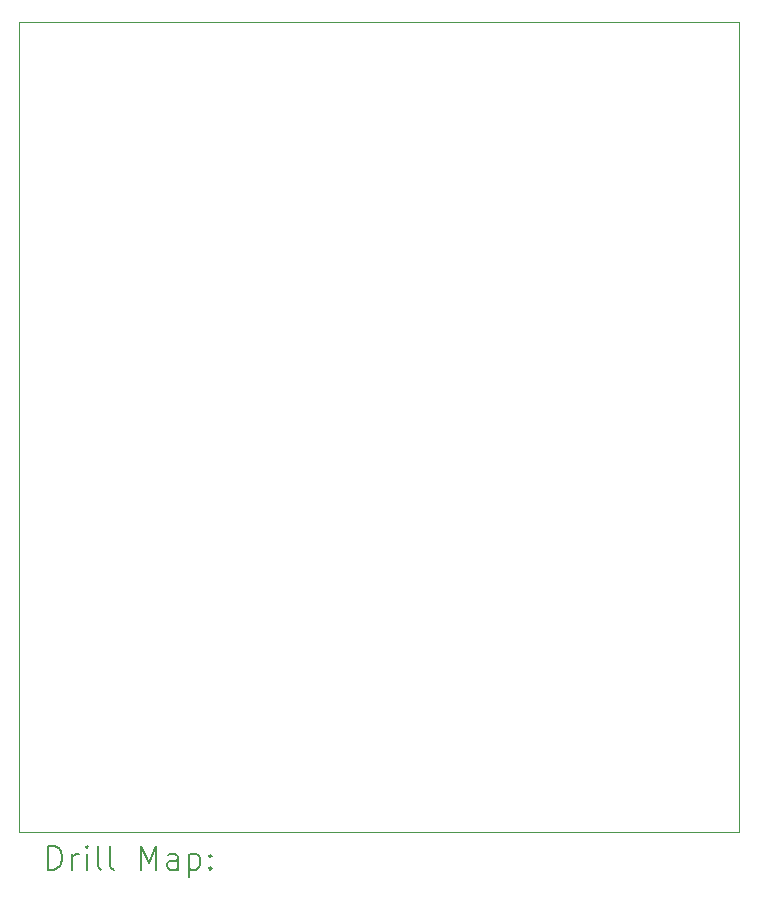
<source format=gbr>
%TF.GenerationSoftware,KiCad,Pcbnew,(6.0.8)*%
%TF.CreationDate,2023-01-11T15:10:12+01:00*%
%TF.ProjectId,TSAL_Voltage_Sensor,5453414c-5f56-46f6-9c74-6167655f5365,rev?*%
%TF.SameCoordinates,Original*%
%TF.FileFunction,Drillmap*%
%TF.FilePolarity,Positive*%
%FSLAX45Y45*%
G04 Gerber Fmt 4.5, Leading zero omitted, Abs format (unit mm)*
G04 Created by KiCad (PCBNEW (6.0.8)) date 2023-01-11 15:10:12*
%MOMM*%
%LPD*%
G01*
G04 APERTURE LIST*
%ADD10C,0.100000*%
%ADD11C,0.200000*%
G04 APERTURE END LIST*
D10*
X13716000Y-5588000D02*
X7620000Y-5588000D01*
X7620000Y-5588000D02*
X7620000Y-12446000D01*
X7620000Y-12446000D02*
X13716000Y-12446000D01*
X13716000Y-12446000D02*
X13716000Y-5588000D01*
D11*
X7872619Y-12761476D02*
X7872619Y-12561476D01*
X7920238Y-12561476D01*
X7948809Y-12571000D01*
X7967857Y-12590048D01*
X7977381Y-12609095D01*
X7986905Y-12647190D01*
X7986905Y-12675762D01*
X7977381Y-12713857D01*
X7967857Y-12732905D01*
X7948809Y-12751952D01*
X7920238Y-12761476D01*
X7872619Y-12761476D01*
X8072619Y-12761476D02*
X8072619Y-12628143D01*
X8072619Y-12666238D02*
X8082143Y-12647190D01*
X8091667Y-12637667D01*
X8110714Y-12628143D01*
X8129762Y-12628143D01*
X8196428Y-12761476D02*
X8196428Y-12628143D01*
X8196428Y-12561476D02*
X8186905Y-12571000D01*
X8196428Y-12580524D01*
X8205952Y-12571000D01*
X8196428Y-12561476D01*
X8196428Y-12580524D01*
X8320238Y-12761476D02*
X8301190Y-12751952D01*
X8291667Y-12732905D01*
X8291667Y-12561476D01*
X8425000Y-12761476D02*
X8405952Y-12751952D01*
X8396429Y-12732905D01*
X8396429Y-12561476D01*
X8653571Y-12761476D02*
X8653571Y-12561476D01*
X8720238Y-12704333D01*
X8786905Y-12561476D01*
X8786905Y-12761476D01*
X8967857Y-12761476D02*
X8967857Y-12656714D01*
X8958333Y-12637667D01*
X8939286Y-12628143D01*
X8901190Y-12628143D01*
X8882143Y-12637667D01*
X8967857Y-12751952D02*
X8948810Y-12761476D01*
X8901190Y-12761476D01*
X8882143Y-12751952D01*
X8872619Y-12732905D01*
X8872619Y-12713857D01*
X8882143Y-12694809D01*
X8901190Y-12685286D01*
X8948810Y-12685286D01*
X8967857Y-12675762D01*
X9063095Y-12628143D02*
X9063095Y-12828143D01*
X9063095Y-12637667D02*
X9082143Y-12628143D01*
X9120238Y-12628143D01*
X9139286Y-12637667D01*
X9148810Y-12647190D01*
X9158333Y-12666238D01*
X9158333Y-12723381D01*
X9148810Y-12742428D01*
X9139286Y-12751952D01*
X9120238Y-12761476D01*
X9082143Y-12761476D01*
X9063095Y-12751952D01*
X9244048Y-12742428D02*
X9253571Y-12751952D01*
X9244048Y-12761476D01*
X9234524Y-12751952D01*
X9244048Y-12742428D01*
X9244048Y-12761476D01*
X9244048Y-12637667D02*
X9253571Y-12647190D01*
X9244048Y-12656714D01*
X9234524Y-12647190D01*
X9244048Y-12637667D01*
X9244048Y-12656714D01*
M02*

</source>
